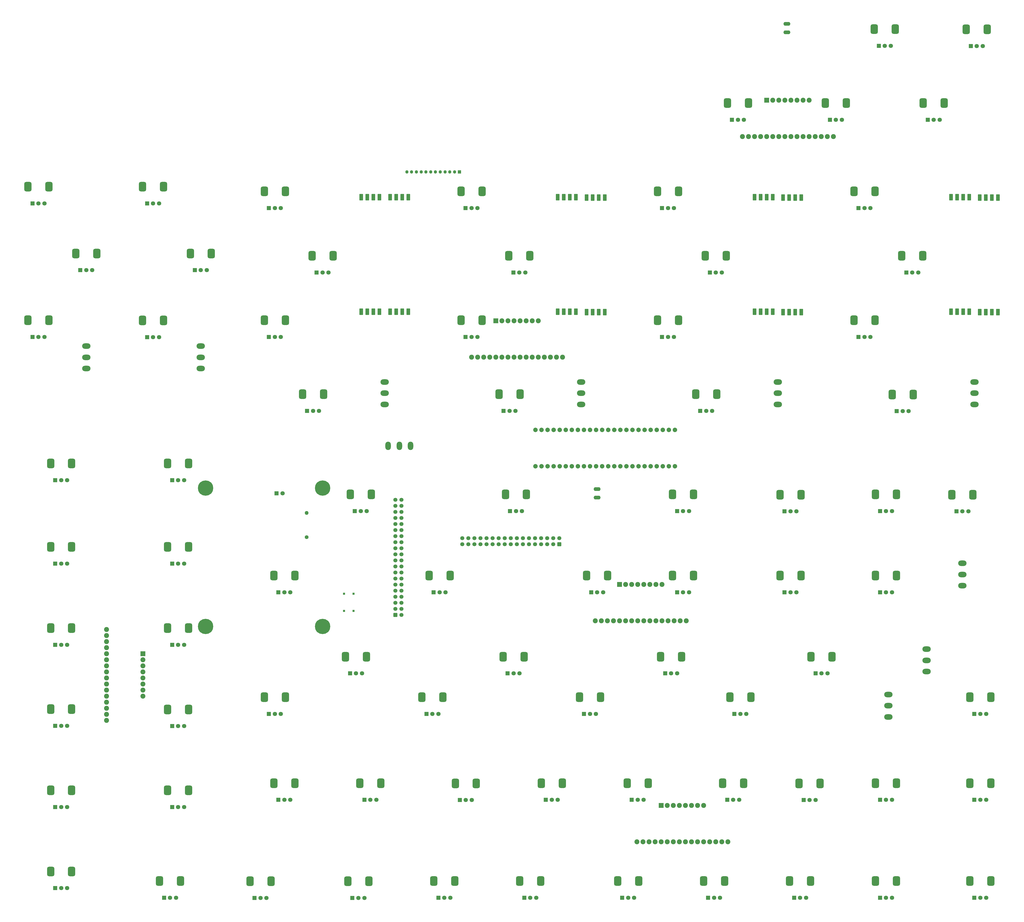
<source format=gbr>
%TF.GenerationSoftware,KiCad,Pcbnew,8.0.5*%
%TF.CreationDate,2024-10-29T20:02:02+01:00*%
%TF.ProjectId,troublemaker,74726f75-626c-4656-9d61-6b65722e6b69,rev?*%
%TF.SameCoordinates,Original*%
%TF.FileFunction,Soldermask,Top*%
%TF.FilePolarity,Negative*%
%FSLAX46Y46*%
G04 Gerber Fmt 4.6, Leading zero omitted, Abs format (unit mm)*
G04 Created by KiCad (PCBNEW 8.0.5) date 2024-10-29 20:02:02*
%MOMM*%
%LPD*%
G01*
G04 APERTURE LIST*
G04 Aperture macros list*
%AMRoundRect*
0 Rectangle with rounded corners*
0 $1 Rounding radius*
0 $2 $3 $4 $5 $6 $7 $8 $9 X,Y pos of 4 corners*
0 Add a 4 corners polygon primitive as box body*
4,1,4,$2,$3,$4,$5,$6,$7,$8,$9,$2,$3,0*
0 Add four circle primitives for the rounded corners*
1,1,$1+$1,$2,$3*
1,1,$1+$1,$4,$5*
1,1,$1+$1,$6,$7*
1,1,$1+$1,$8,$9*
0 Add four rect primitives between the rounded corners*
20,1,$1+$1,$2,$3,$4,$5,0*
20,1,$1+$1,$4,$5,$6,$7,0*
20,1,$1+$1,$6,$7,$8,$9,0*
20,1,$1+$1,$8,$9,$2,$3,0*%
G04 Aperture macros list end*
%ADD10C,1.600000*%
%ADD11O,1.600000X1.600000*%
%ADD12R,1.800000X1.800000*%
%ADD13C,1.800000*%
%ADD14RoundRect,0.750000X0.750000X-1.250000X0.750000X1.250000X-0.750000X1.250000X-0.750000X-1.250000X0*%
%ADD15O,3.500000X2.300000*%
%ADD16RoundRect,0.101600X-0.635000X-1.270000X0.635000X-1.270000X0.635000X1.270000X-0.635000X1.270000X0*%
%ADD17RoundRect,0.101600X0.635000X1.270000X-0.635000X1.270000X-0.635000X-1.270000X0.635000X-1.270000X0*%
%ADD18O,2.900000X1.600000*%
%ADD19R,1.350000X1.350000*%
%ADD20O,1.350000X1.350000*%
%ADD21RoundRect,0.250000X-0.600000X-0.600000X0.600000X-0.600000X0.600000X0.600000X-0.600000X0.600000X0*%
%ADD22C,1.700000*%
%ADD23C,1.869000*%
%ADD24C,2.082800*%
%ADD25RoundRect,0.101600X0.939800X0.939800X-0.939800X0.939800X-0.939800X-0.939800X0.939800X-0.939800X0*%
%ADD26R,0.850000X0.850000*%
%ADD27RoundRect,0.101600X-0.939800X0.939800X-0.939800X-0.939800X0.939800X-0.939800X0.939800X0.939800X0*%
%ADD28O,2.300000X3.500000*%
%ADD29C,6.404000*%
%ADD30RoundRect,0.250000X0.600000X-0.600000X0.600000X0.600000X-0.600000X0.600000X-0.600000X-0.600000X0*%
G04 APERTURE END LIST*
D10*
%TO.C,R1*%
X158800000Y-240060000D03*
D11*
X158800000Y-229900000D03*
%TD*%
D12*
%TO.C,RV5*%
X437000000Y-34250000D03*
D13*
X439500000Y-34250000D03*
X442000000Y-34250000D03*
D14*
X435100000Y-27250000D03*
X443900000Y-27250000D03*
%TD*%
D15*
%TO.C,SW10*%
X418500000Y-296400000D03*
X418500000Y-291700000D03*
X418500000Y-287000000D03*
%TD*%
D12*
%TO.C,RV33*%
X307700000Y-156150000D03*
D13*
X310200000Y-156150000D03*
X312700000Y-156150000D03*
D14*
X305800000Y-149150000D03*
X314600000Y-149150000D03*
%TD*%
D12*
%TO.C,RV31*%
X307700000Y-102150000D03*
D13*
X310200000Y-102150000D03*
X312700000Y-102150000D03*
D14*
X305800000Y-95150000D03*
X314600000Y-95150000D03*
%TD*%
D12*
%TO.C,RV74*%
X399000000Y-350150000D03*
D13*
X401500000Y-350150000D03*
X404000000Y-350150000D03*
D14*
X397100000Y-343150000D03*
X405900000Y-343150000D03*
%TD*%
D12*
%TO.C,RV52*%
X314000000Y-263150000D03*
D13*
X316500000Y-263150000D03*
X319000000Y-263150000D03*
D14*
X312100000Y-256150000D03*
X320900000Y-256150000D03*
%TD*%
D12*
%TO.C,RV4*%
X419000000Y-65150000D03*
D13*
X421500000Y-65150000D03*
X424000000Y-65150000D03*
D14*
X417100000Y-58150000D03*
X425900000Y-58150000D03*
%TD*%
D16*
%TO.C,Neopixel_bass_out_level1*%
X283690000Y-97700000D03*
X281150000Y-97700000D03*
X278610000Y-97700000D03*
X276070000Y-97700000D03*
D17*
X283690000Y-145706000D03*
X281150000Y-145706000D03*
X278610000Y-145706000D03*
X276070000Y-145706000D03*
%TD*%
%TO.C,Neopixel_high_gain_reduction1*%
X428710000Y-145600000D03*
X431250000Y-145600000D03*
X433790000Y-145600000D03*
X436330000Y-145600000D03*
D16*
X428710000Y-97594000D03*
X431250000Y-97594000D03*
X433790000Y-97594000D03*
X436330000Y-97594000D03*
%TD*%
D12*
%TO.C,RV65*%
X372000000Y-297150000D03*
D13*
X374500000Y-297150000D03*
X377000000Y-297150000D03*
D14*
X370100000Y-290150000D03*
X378900000Y-290150000D03*
%TD*%
D12*
%TO.C,RV1*%
X337000000Y-65150000D03*
D13*
X339500000Y-65150000D03*
X342000000Y-65150000D03*
D14*
X335100000Y-58150000D03*
X343900000Y-58150000D03*
%TD*%
D12*
%TO.C,RV53*%
X359000000Y-229250000D03*
D13*
X361500000Y-229250000D03*
X364000000Y-229250000D03*
D14*
X357100000Y-222250000D03*
X365900000Y-222250000D03*
%TD*%
D16*
%TO.C,Neopixel_mid_out_level1*%
X365990000Y-97700000D03*
X363450000Y-97700000D03*
X360910000Y-97700000D03*
X358370000Y-97700000D03*
D17*
X365990000Y-145706000D03*
X363450000Y-145706000D03*
X360910000Y-145706000D03*
X358370000Y-145706000D03*
%TD*%
D12*
%TO.C,RV26*%
X159000000Y-187150000D03*
D13*
X161500000Y-187150000D03*
X164000000Y-187150000D03*
D14*
X157100000Y-180150000D03*
X165900000Y-180150000D03*
%TD*%
D12*
%TO.C,RV78*%
X178000000Y-391250000D03*
D13*
X180500000Y-391250000D03*
X183000000Y-391250000D03*
D14*
X176100000Y-384250000D03*
X184900000Y-384250000D03*
%TD*%
D12*
%TO.C,RV51*%
X314000000Y-229150000D03*
D13*
X316500000Y-229150000D03*
X319000000Y-229150000D03*
D14*
X312100000Y-222150000D03*
X320900000Y-222150000D03*
%TD*%
D12*
%TO.C,RV39*%
X212000000Y-263150000D03*
D13*
X214500000Y-263150000D03*
X217000000Y-263150000D03*
D14*
X210100000Y-256150000D03*
X218900000Y-256150000D03*
%TD*%
D12*
%TO.C,RV80*%
X250000000Y-391150000D03*
D13*
X252500000Y-391150000D03*
X255000000Y-391150000D03*
D14*
X248100000Y-384150000D03*
X256900000Y-384150000D03*
%TD*%
D12*
%TO.C,RV49*%
X244000000Y-229150000D03*
D13*
X246500000Y-229150000D03*
X249000000Y-229150000D03*
D14*
X242100000Y-222150000D03*
X250900000Y-222150000D03*
%TD*%
D12*
%TO.C,taptempo_led1*%
X146225000Y-221700000D03*
D13*
X148765000Y-221700000D03*
%TD*%
D12*
%TO.C,RV57*%
X431000000Y-229250000D03*
D13*
X433500000Y-229250000D03*
X436000000Y-229250000D03*
D14*
X429100000Y-222250000D03*
X437900000Y-222250000D03*
%TD*%
D12*
%TO.C,RV61*%
X243000000Y-297150000D03*
D13*
X245500000Y-297150000D03*
X248000000Y-297150000D03*
D14*
X241100000Y-290150000D03*
X249900000Y-290150000D03*
%TD*%
D12*
%TO.C,RV64*%
X338000000Y-314150000D03*
D13*
X340500000Y-314150000D03*
X343000000Y-314150000D03*
D14*
X336100000Y-307150000D03*
X344900000Y-307150000D03*
%TD*%
D12*
%TO.C,RV81*%
X291000000Y-391150000D03*
D13*
X293500000Y-391150000D03*
X296000000Y-391150000D03*
D14*
X289100000Y-384150000D03*
X297900000Y-384150000D03*
%TD*%
D12*
%TO.C,RV59*%
X177000000Y-297150000D03*
D13*
X179500000Y-297150000D03*
X182000000Y-297150000D03*
D14*
X175100000Y-290150000D03*
X183900000Y-290150000D03*
%TD*%
D16*
%TO.C,Neopixel_high_out_level1*%
X448390000Y-97700000D03*
X445850000Y-97700000D03*
X443310000Y-97700000D03*
X440770000Y-97700000D03*
D17*
X448390000Y-145706000D03*
X445850000Y-145706000D03*
X443310000Y-145706000D03*
X440770000Y-145706000D03*
%TD*%
D12*
%TO.C,RV24*%
X163000000Y-129150000D03*
D13*
X165500000Y-129150000D03*
X168000000Y-129150000D03*
D14*
X161100000Y-122150000D03*
X169900000Y-122150000D03*
%TD*%
D15*
%TO.C,SW9*%
X402500000Y-315400000D03*
X402500000Y-310700000D03*
X402500000Y-306000000D03*
%TD*%
D12*
%TO.C,RV9*%
X92000000Y-100150000D03*
D13*
X94500000Y-100150000D03*
X97000000Y-100150000D03*
D14*
X90100000Y-93150000D03*
X98900000Y-93150000D03*
%TD*%
D12*
%TO.C,RV14*%
X53500000Y-285150000D03*
D13*
X56000000Y-285150000D03*
X58500000Y-285150000D03*
D14*
X51600000Y-278150000D03*
X60400000Y-278150000D03*
%TD*%
D18*
%TO.C,SW7*%
X280500000Y-223450000D03*
X280500000Y-219950000D03*
%TD*%
D12*
%TO.C,RV54*%
X359000000Y-263150000D03*
D13*
X361500000Y-263150000D03*
X364000000Y-263150000D03*
D14*
X357100000Y-256150000D03*
X365900000Y-256150000D03*
%TD*%
D12*
%TO.C,RV32*%
X327700000Y-129150000D03*
D13*
X330200000Y-129150000D03*
X332700000Y-129150000D03*
D14*
X325800000Y-122150000D03*
X334600000Y-122150000D03*
%TD*%
D12*
%TO.C,RV8*%
X44000000Y-156150000D03*
D13*
X46500000Y-156150000D03*
X49000000Y-156150000D03*
D14*
X42100000Y-149150000D03*
X50900000Y-149150000D03*
%TD*%
D15*
%TO.C,SW1*%
X114500000Y-169400000D03*
X114500000Y-164700000D03*
X114500000Y-160000000D03*
%TD*%
D12*
%TO.C,RV25*%
X143000000Y-156130000D03*
D13*
X145500000Y-156130000D03*
X148000000Y-156130000D03*
D14*
X141100000Y-149130000D03*
X149900000Y-149130000D03*
%TD*%
D12*
%TO.C,RV68*%
X183000000Y-350150000D03*
D13*
X185500000Y-350150000D03*
X188000000Y-350150000D03*
D14*
X181100000Y-343150000D03*
X189900000Y-343150000D03*
%TD*%
D15*
%TO.C,SW3*%
X191500000Y-184400000D03*
X191500000Y-179700000D03*
X191500000Y-175000000D03*
%TD*%
%TO.C,SW2*%
X66500000Y-169400000D03*
X66500000Y-164700000D03*
X66500000Y-160000000D03*
%TD*%
D12*
%TO.C,RV73*%
X367000000Y-350250000D03*
D13*
X369500000Y-350250000D03*
X372000000Y-350250000D03*
D14*
X365100000Y-343250000D03*
X373900000Y-343250000D03*
%TD*%
D12*
%TO.C,RV47*%
X147000000Y-263150000D03*
D13*
X149500000Y-263150000D03*
X152000000Y-263150000D03*
D14*
X145100000Y-256150000D03*
X153900000Y-256150000D03*
%TD*%
D12*
%TO.C,RV66*%
X438500000Y-314150000D03*
D13*
X441000000Y-314150000D03*
X443500000Y-314150000D03*
D14*
X436600000Y-307150000D03*
X445400000Y-307150000D03*
%TD*%
D12*
%TO.C,RV16*%
X53500000Y-353150000D03*
D13*
X56000000Y-353150000D03*
X58500000Y-353150000D03*
D14*
X51600000Y-346150000D03*
X60400000Y-346150000D03*
%TD*%
D12*
%TO.C,RV58*%
X143000000Y-314150000D03*
D13*
X145500000Y-314150000D03*
X148000000Y-314150000D03*
D14*
X141100000Y-307150000D03*
X149900000Y-307150000D03*
%TD*%
D12*
%TO.C,RV6*%
X44000000Y-100150000D03*
D13*
X46500000Y-100150000D03*
X49000000Y-100150000D03*
D14*
X42100000Y-93150000D03*
X50900000Y-93150000D03*
%TD*%
D16*
%TO.C,Neopixel_sub_out_level1*%
X201390000Y-97600000D03*
X198850000Y-97600000D03*
X196310000Y-97600000D03*
X193770000Y-97600000D03*
D17*
X201390000Y-145606000D03*
X198850000Y-145606000D03*
X196310000Y-145606000D03*
X193770000Y-145606000D03*
%TD*%
D12*
%TO.C,RV23*%
X143000000Y-102150000D03*
D13*
X145500000Y-102150000D03*
X148000000Y-102150000D03*
D14*
X141100000Y-95150000D03*
X149900000Y-95150000D03*
%TD*%
D12*
%TO.C,RV34*%
X323700000Y-187150000D03*
D13*
X326200000Y-187150000D03*
X328700000Y-187150000D03*
D14*
X321800000Y-180150000D03*
X330600000Y-180150000D03*
%TD*%
D12*
%TO.C,RV70*%
X259000000Y-350150000D03*
D13*
X261500000Y-350150000D03*
X264000000Y-350150000D03*
D14*
X257100000Y-343150000D03*
X265900000Y-343150000D03*
%TD*%
D12*
%TO.C,RV17*%
X53500000Y-387150000D03*
D13*
X56000000Y-387150000D03*
X58500000Y-387150000D03*
D14*
X51600000Y-380150000D03*
X60400000Y-380150000D03*
%TD*%
D12*
%TO.C,RV62*%
X275000000Y-314150000D03*
D13*
X277500000Y-314150000D03*
X280000000Y-314150000D03*
D14*
X273100000Y-307150000D03*
X281900000Y-307150000D03*
%TD*%
D18*
%TO.C,SW11*%
X360000000Y-28450000D03*
X360000000Y-24950000D03*
%TD*%
D12*
%TO.C,RV50*%
X278000000Y-263150000D03*
D13*
X280500000Y-263150000D03*
X283000000Y-263150000D03*
D14*
X276100000Y-256150000D03*
X284900000Y-256150000D03*
%TD*%
D12*
%TO.C,RV83*%
X363000000Y-391150000D03*
D13*
X365500000Y-391150000D03*
X368000000Y-391150000D03*
D14*
X361100000Y-384150000D03*
X369900000Y-384150000D03*
%TD*%
D12*
%TO.C,RV69*%
X223000000Y-350250000D03*
D13*
X225500000Y-350250000D03*
X228000000Y-350250000D03*
D14*
X221100000Y-343250000D03*
X229900000Y-343250000D03*
%TD*%
D12*
%TO.C,RV13*%
X53500000Y-251150000D03*
D13*
X56000000Y-251150000D03*
X58500000Y-251150000D03*
D14*
X51600000Y-244150000D03*
X60400000Y-244150000D03*
%TD*%
D17*
%TO.C,Neopixel_sub_gain_reduction1*%
X181710000Y-145600000D03*
X184250000Y-145600000D03*
X186790000Y-145600000D03*
X189330000Y-145600000D03*
D16*
X181710000Y-97594000D03*
X184250000Y-97594000D03*
X186790000Y-97594000D03*
X189330000Y-97594000D03*
%TD*%
D12*
%TO.C,RV28*%
X245400000Y-129150000D03*
D13*
X247900000Y-129150000D03*
X250400000Y-129150000D03*
D14*
X243500000Y-122150000D03*
X252300000Y-122150000D03*
%TD*%
D12*
%TO.C,RV82*%
X327000000Y-391150000D03*
D13*
X329500000Y-391150000D03*
X332000000Y-391150000D03*
D14*
X325100000Y-384150000D03*
X333900000Y-384150000D03*
%TD*%
D12*
%TO.C,RV2*%
X378000000Y-65150000D03*
D13*
X380500000Y-65150000D03*
X383000000Y-65150000D03*
D14*
X376100000Y-58150000D03*
X384900000Y-58150000D03*
%TD*%
D12*
%TO.C,RV71*%
X295000000Y-350150000D03*
D13*
X297500000Y-350150000D03*
X300000000Y-350150000D03*
D14*
X293100000Y-343150000D03*
X301900000Y-343150000D03*
%TD*%
D12*
%TO.C,RV18*%
X102500000Y-216150000D03*
D13*
X105000000Y-216150000D03*
X107500000Y-216150000D03*
D14*
X100600000Y-209150000D03*
X109400000Y-209150000D03*
%TD*%
D12*
%TO.C,RV10*%
X112000000Y-128150000D03*
D13*
X114500000Y-128150000D03*
X117000000Y-128150000D03*
D14*
X110100000Y-121150000D03*
X118900000Y-121150000D03*
%TD*%
D15*
%TO.C,SW5*%
X356200000Y-184400000D03*
X356200000Y-179700000D03*
X356200000Y-175000000D03*
%TD*%
%TO.C,SW8*%
X433500000Y-260400000D03*
X433500000Y-255700000D03*
X433500000Y-251000000D03*
%TD*%
D12*
%TO.C,RV79*%
X214000000Y-391150000D03*
D13*
X216500000Y-391150000D03*
X219000000Y-391150000D03*
D14*
X212100000Y-384150000D03*
X220900000Y-384150000D03*
%TD*%
D12*
%TO.C,RV22*%
X102500000Y-353150000D03*
D13*
X105000000Y-353150000D03*
X107500000Y-353150000D03*
D14*
X100600000Y-346150000D03*
X109400000Y-346150000D03*
%TD*%
D12*
%TO.C,RV75*%
X438500000Y-350150000D03*
D13*
X441000000Y-350150000D03*
X443500000Y-350150000D03*
D14*
X436600000Y-343150000D03*
X445400000Y-343150000D03*
%TD*%
D17*
%TO.C,Neopixel_mid_gain_reduction1*%
X346410000Y-145600000D03*
X348950000Y-145600000D03*
X351490000Y-145600000D03*
X354030000Y-145600000D03*
D16*
X346410000Y-97594000D03*
X348950000Y-97594000D03*
X351490000Y-97594000D03*
X354030000Y-97594000D03*
%TD*%
D17*
%TO.C,Neopixel_bass_gain_reduction1*%
X264010000Y-145600000D03*
X266550000Y-145600000D03*
X269090000Y-145600000D03*
X271630000Y-145600000D03*
D16*
X264010000Y-97594000D03*
X266550000Y-97594000D03*
X269090000Y-97594000D03*
X271630000Y-97594000D03*
%TD*%
D12*
%TO.C,RV77*%
X137000000Y-391250000D03*
D13*
X139500000Y-391250000D03*
X142000000Y-391250000D03*
D14*
X135100000Y-384250000D03*
X143900000Y-384250000D03*
%TD*%
D12*
%TO.C,RV76*%
X99100000Y-391150000D03*
D13*
X101600000Y-391150000D03*
X104100000Y-391150000D03*
D14*
X97200000Y-384150000D03*
X106000000Y-384150000D03*
%TD*%
D12*
%TO.C,RV19*%
X102500000Y-251150000D03*
D13*
X105000000Y-251150000D03*
X107500000Y-251150000D03*
D14*
X100600000Y-244150000D03*
X109400000Y-244150000D03*
%TD*%
D12*
%TO.C,RV55*%
X399000000Y-229150000D03*
D13*
X401500000Y-229150000D03*
X404000000Y-229150000D03*
D14*
X397100000Y-222150000D03*
X405900000Y-222150000D03*
%TD*%
D12*
%TO.C,RV15*%
X53500000Y-319150000D03*
D13*
X56000000Y-319150000D03*
X58500000Y-319150000D03*
D14*
X51600000Y-312150000D03*
X60400000Y-312150000D03*
%TD*%
D12*
%TO.C,RV48*%
X179000000Y-229150000D03*
D13*
X181500000Y-229150000D03*
X184000000Y-229150000D03*
D14*
X177100000Y-222150000D03*
X185900000Y-222150000D03*
%TD*%
D12*
%TO.C,RV72*%
X335000000Y-350150000D03*
D13*
X337500000Y-350150000D03*
X340000000Y-350150000D03*
D14*
X333100000Y-343150000D03*
X341900000Y-343150000D03*
%TD*%
D12*
%TO.C,RV63*%
X309000000Y-297150000D03*
D13*
X311500000Y-297150000D03*
X314000000Y-297150000D03*
D14*
X307100000Y-290150000D03*
X315900000Y-290150000D03*
%TD*%
D12*
%TO.C,RV11*%
X92000000Y-156250000D03*
D13*
X94500000Y-156250000D03*
X97000000Y-156250000D03*
D14*
X90100000Y-149250000D03*
X98900000Y-149250000D03*
%TD*%
D12*
%TO.C,RV27*%
X225400000Y-102150000D03*
D13*
X227900000Y-102150000D03*
X230400000Y-102150000D03*
D14*
X223500000Y-95150000D03*
X232300000Y-95150000D03*
%TD*%
D12*
%TO.C,RV84*%
X399000000Y-391150000D03*
D13*
X401500000Y-391150000D03*
X404000000Y-391150000D03*
D14*
X397100000Y-384150000D03*
X405900000Y-384150000D03*
%TD*%
D12*
%TO.C,RV38*%
X406000000Y-187250000D03*
D13*
X408500000Y-187250000D03*
X411000000Y-187250000D03*
D14*
X404100000Y-180250000D03*
X412900000Y-180250000D03*
%TD*%
D12*
%TO.C,RV7*%
X64000000Y-128150000D03*
D13*
X66500000Y-128150000D03*
X69000000Y-128150000D03*
D14*
X62100000Y-121150000D03*
X70900000Y-121150000D03*
%TD*%
D12*
%TO.C,RV37*%
X390000000Y-156150000D03*
D13*
X392500000Y-156150000D03*
X395000000Y-156150000D03*
D14*
X388100000Y-149150000D03*
X396900000Y-149150000D03*
%TD*%
D12*
%TO.C,RV3*%
X398500000Y-34150000D03*
D13*
X401000000Y-34150000D03*
X403500000Y-34150000D03*
D14*
X396600000Y-27150000D03*
X405400000Y-27150000D03*
%TD*%
D12*
%TO.C,RV36*%
X410000000Y-129150000D03*
D13*
X412500000Y-129150000D03*
X415000000Y-129150000D03*
D14*
X408100000Y-122150000D03*
X416900000Y-122150000D03*
%TD*%
D12*
%TO.C,RV35*%
X390000000Y-102150000D03*
D13*
X392500000Y-102150000D03*
X395000000Y-102150000D03*
D14*
X388100000Y-95150000D03*
X396900000Y-95150000D03*
%TD*%
D12*
%TO.C,RV67*%
X147000000Y-350150000D03*
D13*
X149500000Y-350150000D03*
X152000000Y-350150000D03*
D14*
X145100000Y-343150000D03*
X153900000Y-343150000D03*
%TD*%
D12*
%TO.C,RV85*%
X438500000Y-391150000D03*
D13*
X441000000Y-391150000D03*
X443500000Y-391150000D03*
D14*
X436600000Y-384150000D03*
X445400000Y-384150000D03*
%TD*%
D12*
%TO.C,RV29*%
X225400000Y-156150000D03*
D13*
X227900000Y-156150000D03*
X230400000Y-156150000D03*
D14*
X223500000Y-149150000D03*
X232300000Y-149150000D03*
%TD*%
D12*
%TO.C,RV21*%
X102500000Y-319250000D03*
D13*
X105000000Y-319250000D03*
X107500000Y-319250000D03*
D14*
X100600000Y-312250000D03*
X109400000Y-312250000D03*
%TD*%
D12*
%TO.C,RV56*%
X399000000Y-263150000D03*
D13*
X401500000Y-263150000D03*
X404000000Y-263150000D03*
D14*
X397100000Y-256150000D03*
X405900000Y-256150000D03*
%TD*%
D15*
%TO.C,SW4*%
X273800000Y-184400000D03*
X273800000Y-179700000D03*
X273800000Y-175000000D03*
%TD*%
%TO.C,SW6*%
X438533202Y-184400197D03*
X438533202Y-179700197D03*
X438533202Y-175000197D03*
%TD*%
D12*
%TO.C,RV30*%
X241300000Y-187150000D03*
D13*
X243800000Y-187150000D03*
X246300000Y-187150000D03*
D14*
X239400000Y-180150000D03*
X248200000Y-180150000D03*
%TD*%
D12*
%TO.C,RV12*%
X53500000Y-216150000D03*
D13*
X56000000Y-216150000D03*
X58500000Y-216150000D03*
D14*
X51600000Y-209150000D03*
X60400000Y-209150000D03*
%TD*%
D12*
%TO.C,RV20*%
X102500000Y-285150000D03*
D13*
X105000000Y-285150000D03*
X107500000Y-285150000D03*
D14*
X100600000Y-278150000D03*
X109400000Y-278150000D03*
%TD*%
D12*
%TO.C,RV60*%
X209000000Y-314150000D03*
D13*
X211500000Y-314150000D03*
X214000000Y-314150000D03*
D14*
X207100000Y-307150000D03*
X215900000Y-307150000D03*
%TD*%
D19*
%TO.C,J5*%
X222800000Y-87000000D03*
D20*
X220800000Y-87000000D03*
X218800000Y-87000000D03*
X216800000Y-87000000D03*
X214800000Y-87000000D03*
X212800000Y-87000000D03*
X210800000Y-87000000D03*
X208800000Y-87000000D03*
X206800000Y-87000000D03*
X204800000Y-87000000D03*
X202800000Y-87000000D03*
X200800000Y-87000000D03*
%TD*%
D21*
%TO.C,J1*%
X196000000Y-272680000D03*
D22*
X198540000Y-272680000D03*
X196000000Y-270140000D03*
X198540000Y-270140000D03*
X196000000Y-267600000D03*
X198540000Y-267600000D03*
X196000000Y-265060000D03*
X198540000Y-265060000D03*
X196000000Y-262520000D03*
X198540000Y-262520000D03*
X196000000Y-259980000D03*
X198540000Y-259980000D03*
X196000000Y-257440000D03*
X198540000Y-257440000D03*
X196000000Y-254900000D03*
X198540000Y-254900000D03*
X196000000Y-252360000D03*
X198540000Y-252360000D03*
X196000000Y-249820000D03*
X198540000Y-249820000D03*
X196000000Y-247280000D03*
X198540000Y-247280000D03*
X196000000Y-244740000D03*
X198540000Y-244740000D03*
X196000000Y-242200000D03*
X198540000Y-242200000D03*
X196000000Y-239660000D03*
X198540000Y-239660000D03*
X196000000Y-237120000D03*
X198540000Y-237120000D03*
X196000000Y-234580000D03*
X198540000Y-234580000D03*
X196000000Y-232040000D03*
X198540000Y-232040000D03*
X196000000Y-229500000D03*
X198540000Y-229500000D03*
X196000000Y-226960000D03*
X198540000Y-226960000D03*
X196000000Y-224420000D03*
X198540000Y-224420000D03*
%TD*%
D23*
%TO.C,IC1*%
X307970000Y-210350000D03*
X305430000Y-210350000D03*
X302890000Y-210350000D03*
X300350000Y-210350000D03*
X297810000Y-210350000D03*
X295270000Y-210350000D03*
X292730000Y-210350000D03*
X290190000Y-210350000D03*
X287650000Y-210350000D03*
X285110000Y-210350000D03*
X282570000Y-210350000D03*
X280030000Y-210350000D03*
X280030000Y-195110000D03*
X282570000Y-195110000D03*
X285110000Y-195110000D03*
X287650000Y-195110000D03*
X290190000Y-195110000D03*
X292730000Y-195110000D03*
X295270000Y-195110000D03*
X297810000Y-195110000D03*
X300350000Y-195110000D03*
X302890000Y-195110000D03*
X305430000Y-195110000D03*
X274950000Y-210350000D03*
X272410000Y-210350000D03*
X269870000Y-210350000D03*
X267330000Y-210350000D03*
X264790000Y-210350000D03*
X262250000Y-210350000D03*
X259710000Y-210350000D03*
X257170000Y-210350000D03*
X254630000Y-210350000D03*
X254630000Y-195110000D03*
X257170000Y-195110000D03*
X259710000Y-195110000D03*
X262250000Y-195110000D03*
X264790000Y-195110000D03*
X267330000Y-195110000D03*
X269870000Y-195110000D03*
X272410000Y-195110000D03*
X274950000Y-195110000D03*
X277490000Y-210350000D03*
X307970000Y-195110000D03*
X313050000Y-195110000D03*
X310510000Y-210350000D03*
X277490000Y-195110000D03*
X310510000Y-195110000D03*
X313050000Y-210350000D03*
%TD*%
D24*
%TO.C,U5*%
X90240000Y-306700000D03*
X75000000Y-296540000D03*
X75000000Y-294000000D03*
X75000000Y-291460000D03*
X75000000Y-288920000D03*
X75000000Y-286380000D03*
X75000000Y-283840000D03*
X75000000Y-281300000D03*
X75000000Y-278760000D03*
X90240000Y-296540000D03*
X90240000Y-299080000D03*
D25*
X90240000Y-288920000D03*
D24*
X90240000Y-304160000D03*
X90240000Y-301620000D03*
X90240000Y-294000000D03*
X75000000Y-316860000D03*
X75000000Y-314320000D03*
X75000000Y-311780000D03*
X75000000Y-309240000D03*
X75000000Y-306700000D03*
X75000000Y-304160000D03*
X75000000Y-301620000D03*
X75000000Y-299080000D03*
X90240000Y-291460000D03*
%TD*%
D26*
%TO.C,J4*%
X174500000Y-263750000D03*
%TD*%
D24*
%TO.C,U4*%
X307690000Y-259885000D03*
X297530000Y-275125000D03*
X294990000Y-275125000D03*
X292450000Y-275125000D03*
X289910000Y-275125000D03*
X287370000Y-275125000D03*
X284830000Y-275125000D03*
X282290000Y-275125000D03*
X279750000Y-275125000D03*
X297530000Y-259885000D03*
X300070000Y-259885000D03*
D27*
X289910000Y-259885000D03*
D24*
X305150000Y-259885000D03*
X302610000Y-259885000D03*
X294990000Y-259885000D03*
X317850000Y-275125000D03*
X315310000Y-275125000D03*
X312770000Y-275125000D03*
X310230000Y-275125000D03*
X307690000Y-275125000D03*
X305150000Y-275125000D03*
X302610000Y-275125000D03*
X300070000Y-275125000D03*
X292450000Y-259885000D03*
%TD*%
D26*
%TO.C,J3*%
X178500000Y-271000000D03*
%TD*%
D28*
%TO.C,SW12*%
X192950000Y-201820000D03*
X197650000Y-201820000D03*
X202350000Y-201820000D03*
%TD*%
D24*
%TO.C,U2*%
X369285113Y-56890000D03*
X359125113Y-72130000D03*
X356585113Y-72130000D03*
X354045113Y-72130000D03*
X351505113Y-72130000D03*
X348965113Y-72130000D03*
X346425113Y-72130000D03*
X343885113Y-72130000D03*
X341345113Y-72130000D03*
X359125113Y-56890000D03*
X361665113Y-56890000D03*
D27*
X351505113Y-56890000D03*
D24*
X366745113Y-56890000D03*
X364205113Y-56890000D03*
X356585113Y-56890000D03*
X379445113Y-72130000D03*
X376905113Y-72130000D03*
X374365113Y-72130000D03*
X371825113Y-72130000D03*
X369285113Y-72130000D03*
X366745113Y-72130000D03*
X364205113Y-72130000D03*
X361665113Y-72130000D03*
X354045113Y-56890000D03*
%TD*%
D29*
%TO.C,RASPBERRY PI 4*%
X165500000Y-277500000D03*
X165500000Y-219500000D03*
X116500000Y-219500000D03*
X116500000Y-277500000D03*
%TD*%
D26*
%TO.C,J4*%
X178500000Y-263750000D03*
%TD*%
D24*
%TO.C,U3*%
X255870000Y-149390000D03*
X245710000Y-164630000D03*
X243170000Y-164630000D03*
X240630000Y-164630000D03*
X238090000Y-164630000D03*
X235550000Y-164630000D03*
X233010000Y-164630000D03*
X230470000Y-164630000D03*
X227930000Y-164630000D03*
X245710000Y-149390000D03*
X248250000Y-149390000D03*
D27*
X238090000Y-149390000D03*
D24*
X253330000Y-149390000D03*
X250790000Y-149390000D03*
X243170000Y-149390000D03*
X266030000Y-164630000D03*
X263490000Y-164630000D03*
X260950000Y-164630000D03*
X258410000Y-164630000D03*
X255870000Y-164630000D03*
X253330000Y-164630000D03*
X250790000Y-164630000D03*
X248250000Y-164630000D03*
X240630000Y-149390000D03*
%TD*%
D26*
%TO.C,J3*%
X174500000Y-271000000D03*
%TD*%
D24*
%TO.C,U6*%
X325070000Y-352490000D03*
X314910000Y-367730000D03*
X312370000Y-367730000D03*
X309830000Y-367730000D03*
X307290000Y-367730000D03*
X304750000Y-367730000D03*
X302210000Y-367730000D03*
X299670000Y-367730000D03*
X297130000Y-367730000D03*
X314910000Y-352490000D03*
X317450000Y-352490000D03*
D27*
X307290000Y-352490000D03*
D24*
X322530000Y-352490000D03*
X319990000Y-352490000D03*
X312370000Y-352490000D03*
X335230000Y-367730000D03*
X332690000Y-367730000D03*
X330150000Y-367730000D03*
X327610000Y-367730000D03*
X325070000Y-367730000D03*
X322530000Y-367730000D03*
X319990000Y-367730000D03*
X317450000Y-367730000D03*
X309830000Y-352490000D03*
%TD*%
D30*
%TO.C,J25*%
X264640000Y-243040000D03*
D22*
X264640000Y-240500000D03*
X262100000Y-243040000D03*
X262100000Y-240500000D03*
X259560000Y-243040000D03*
X259560000Y-240500000D03*
X257020000Y-243040000D03*
X257020000Y-240500000D03*
X254480000Y-243040000D03*
X254480000Y-240500000D03*
X251940000Y-243040000D03*
X251940000Y-240500000D03*
X249400000Y-243040000D03*
X249400000Y-240500000D03*
X246860000Y-243040000D03*
X246860000Y-240500000D03*
X244320000Y-243040000D03*
X244320000Y-240500000D03*
X241780000Y-243040000D03*
X241780000Y-240500000D03*
X239240000Y-243040000D03*
X239240000Y-240500000D03*
X236700000Y-243040000D03*
X236700000Y-240500000D03*
X234160000Y-243040000D03*
X234160000Y-240500000D03*
X231620000Y-243040000D03*
X231620000Y-240500000D03*
X229080000Y-243040000D03*
X229080000Y-240500000D03*
X226540000Y-243040000D03*
X226540000Y-240500000D03*
X224000000Y-243040000D03*
X224000000Y-240500000D03*
%TD*%
M02*

</source>
